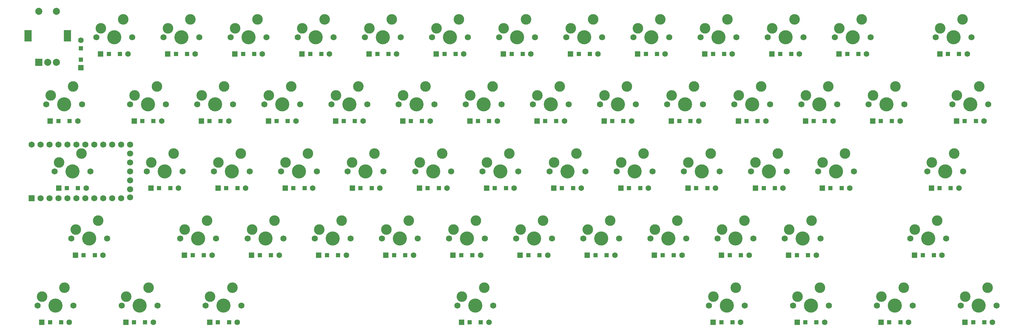
<source format=gbr>
%TF.GenerationSoftware,KiCad,Pcbnew,(5.1.9)-1*%
%TF.CreationDate,2021-02-15T19:25:36-05:00*%
%TF.ProjectId,60percent,36307065-7263-4656-9e74-2e6b69636164,rev?*%
%TF.SameCoordinates,Original*%
%TF.FileFunction,Soldermask,Top*%
%TF.FilePolarity,Negative*%
%FSLAX46Y46*%
G04 Gerber Fmt 4.6, Leading zero omitted, Abs format (unit mm)*
G04 Created by KiCad (PCBNEW (5.1.9)-1) date 2021-02-15 19:25:36*
%MOMM*%
%LPD*%
G01*
G04 APERTURE LIST*
%ADD10R,1.200000X1.200000*%
%ADD11R,1.600000X1.600000*%
%ADD12C,1.600000*%
%ADD13C,1.750000*%
%ADD14C,4.000000*%
%ADD15C,3.000000*%
%ADD16C,2.000000*%
%ADD17R,2.000000X3.200000*%
%ADD18R,2.000000X2.000000*%
%ADD19R,1.752600X1.752600*%
%ADD20C,1.752600*%
G04 APERTURE END LIST*
D10*
%TO.C,D1*%
X85725000Y-77005750D03*
X85725000Y-80155750D03*
D11*
X85725000Y-82480750D03*
D12*
X85725000Y-74680750D03*
%TD*%
D10*
%TO.C,D2*%
X96825000Y-78580750D03*
X93675000Y-78580750D03*
D11*
X91350000Y-78580750D03*
D12*
X99150000Y-78580750D03*
%TD*%
D10*
%TO.C,D3*%
X115875000Y-78580750D03*
X112725000Y-78580750D03*
D11*
X110400000Y-78580750D03*
D12*
X118200000Y-78580750D03*
%TD*%
%TO.C,D4*%
X137250000Y-78580750D03*
D11*
X129450000Y-78580750D03*
D10*
X131775000Y-78580750D03*
X134925000Y-78580750D03*
%TD*%
%TO.C,D5*%
X153974500Y-78580750D03*
X150824500Y-78580750D03*
D11*
X148499500Y-78580750D03*
D12*
X156299500Y-78580750D03*
%TD*%
D10*
%TO.C,D6*%
X173024500Y-78580750D03*
X169874500Y-78580750D03*
D11*
X167549500Y-78580750D03*
D12*
X175349500Y-78580750D03*
%TD*%
%TO.C,D7*%
X194399500Y-78580750D03*
D11*
X186599500Y-78580750D03*
D10*
X188924500Y-78580750D03*
X192074500Y-78580750D03*
%TD*%
%TO.C,D8*%
X211124500Y-78580750D03*
X207974500Y-78580750D03*
D11*
X205649500Y-78580750D03*
D12*
X213449500Y-78580750D03*
%TD*%
D10*
%TO.C,D9*%
X230174500Y-78580750D03*
X227024500Y-78580750D03*
D11*
X224699500Y-78580750D03*
D12*
X232499500Y-78580750D03*
%TD*%
%TO.C,D10*%
X251549500Y-78580750D03*
D11*
X243749500Y-78580750D03*
D10*
X246074500Y-78580750D03*
X249224500Y-78580750D03*
%TD*%
D12*
%TO.C,D11*%
X270599500Y-78580750D03*
D11*
X262799500Y-78580750D03*
D10*
X265124500Y-78580750D03*
X268274500Y-78580750D03*
%TD*%
%TO.C,D12*%
X287324500Y-78580750D03*
X284174500Y-78580750D03*
D11*
X281849500Y-78580750D03*
D12*
X289649500Y-78580750D03*
%TD*%
%TO.C,D13*%
X308699500Y-78580750D03*
D11*
X300899500Y-78580750D03*
D10*
X303224500Y-78580750D03*
X306374500Y-78580750D03*
%TD*%
D12*
%TO.C,D14*%
X337275500Y-78580750D03*
D11*
X329475500Y-78580750D03*
D10*
X331800500Y-78580750D03*
X334950500Y-78580750D03*
%TD*%
D12*
%TO.C,D15*%
X84862500Y-97630750D03*
D11*
X77062500Y-97630750D03*
D10*
X79387500Y-97630750D03*
X82537500Y-97630750D03*
%TD*%
D12*
%TO.C,D16*%
X108675000Y-97630750D03*
D11*
X100875000Y-97630750D03*
D10*
X103200000Y-97630750D03*
X106350000Y-97630750D03*
%TD*%
%TO.C,D17*%
X125400000Y-97630750D03*
X122250000Y-97630750D03*
D11*
X119925000Y-97630750D03*
D12*
X127725000Y-97630750D03*
%TD*%
%TO.C,D18*%
X146775000Y-97630750D03*
D11*
X138975000Y-97630750D03*
D10*
X141300000Y-97630750D03*
X144450000Y-97630750D03*
%TD*%
D12*
%TO.C,D19*%
X165825500Y-97630750D03*
D11*
X158025500Y-97630750D03*
D10*
X160350500Y-97630750D03*
X163500500Y-97630750D03*
%TD*%
%TO.C,D20*%
X182550500Y-97630750D03*
X179400500Y-97630750D03*
D11*
X177075500Y-97630750D03*
D12*
X184875500Y-97630750D03*
%TD*%
D10*
%TO.C,D21*%
X201600500Y-97630750D03*
X198450500Y-97630750D03*
D11*
X196125500Y-97630750D03*
D12*
X203925500Y-97630750D03*
%TD*%
D10*
%TO.C,D22*%
X220650500Y-97630750D03*
X217500500Y-97630750D03*
D11*
X215175500Y-97630750D03*
D12*
X222975500Y-97630750D03*
%TD*%
%TO.C,D23*%
X242025500Y-97630750D03*
D11*
X234225500Y-97630750D03*
D10*
X236550500Y-97630750D03*
X239700500Y-97630750D03*
%TD*%
%TO.C,D24*%
X258750500Y-97630750D03*
X255600500Y-97630750D03*
D11*
X253275500Y-97630750D03*
D12*
X261075500Y-97630750D03*
%TD*%
%TO.C,D25*%
X280125500Y-97630750D03*
D11*
X272325500Y-97630750D03*
D10*
X274650500Y-97630750D03*
X277800500Y-97630750D03*
%TD*%
%TO.C,D26*%
X296850500Y-97630750D03*
X293700500Y-97630750D03*
D11*
X291375500Y-97630750D03*
D12*
X299175500Y-97630750D03*
%TD*%
%TO.C,D27*%
X318225500Y-97630750D03*
D11*
X310425500Y-97630750D03*
D10*
X312750500Y-97630750D03*
X315900500Y-97630750D03*
%TD*%
%TO.C,D28*%
X339712500Y-97630750D03*
X336562500Y-97630750D03*
D11*
X334237500Y-97630750D03*
D12*
X342037500Y-97630750D03*
%TD*%
D10*
%TO.C,D29*%
X84918700Y-116680750D03*
X81768700Y-116680750D03*
D11*
X79443700Y-116680750D03*
D12*
X87243700Y-116680750D03*
%TD*%
D10*
%TO.C,D30*%
X111112500Y-116680750D03*
X107962500Y-116680750D03*
D11*
X105637500Y-116680750D03*
D12*
X113437500Y-116680750D03*
%TD*%
D10*
%TO.C,D31*%
X130162500Y-116680750D03*
X127012500Y-116680750D03*
D11*
X124687500Y-116680750D03*
D12*
X132487500Y-116680750D03*
%TD*%
%TO.C,D32*%
X151537500Y-116680750D03*
D11*
X143737500Y-116680750D03*
D10*
X146062500Y-116680750D03*
X149212500Y-116680750D03*
%TD*%
%TO.C,D33*%
X168262500Y-116680750D03*
X165112500Y-116680750D03*
D11*
X162787500Y-116680750D03*
D12*
X170587500Y-116680750D03*
%TD*%
%TO.C,D34*%
X189637500Y-116680750D03*
D11*
X181837500Y-116680750D03*
D10*
X184162500Y-116680750D03*
X187312500Y-116680750D03*
%TD*%
%TO.C,D35*%
X206362500Y-116680750D03*
X203212500Y-116680750D03*
D11*
X200887500Y-116680750D03*
D12*
X208687500Y-116680750D03*
%TD*%
%TO.C,D36*%
X227737500Y-116680750D03*
D11*
X219937500Y-116680750D03*
D10*
X222262500Y-116680750D03*
X225412500Y-116680750D03*
%TD*%
%TO.C,D37*%
X244462500Y-116680750D03*
X241312500Y-116680750D03*
D11*
X238987500Y-116680750D03*
D12*
X246787500Y-116680750D03*
%TD*%
%TO.C,D38*%
X265837500Y-116680750D03*
D11*
X258037500Y-116680750D03*
D10*
X260362500Y-116680750D03*
X263512500Y-116680750D03*
%TD*%
%TO.C,D39*%
X282678500Y-116680750D03*
X279528500Y-116680750D03*
D11*
X277203500Y-116680750D03*
D12*
X285003500Y-116680750D03*
%TD*%
%TO.C,D40*%
X303937500Y-116680750D03*
D11*
X296137500Y-116680750D03*
D10*
X298462500Y-116680750D03*
X301612500Y-116680750D03*
%TD*%
D12*
%TO.C,D41*%
X334893500Y-116680750D03*
D11*
X327093500Y-116680750D03*
D10*
X329418500Y-116680750D03*
X332568500Y-116680750D03*
%TD*%
D12*
%TO.C,D42*%
X92006300Y-135730750D03*
D11*
X84206300Y-135730750D03*
D10*
X86531300Y-135730750D03*
X89681300Y-135730750D03*
%TD*%
%TO.C,D43*%
X120637500Y-135730750D03*
X117487500Y-135730750D03*
D11*
X115162500Y-135730750D03*
D12*
X122962500Y-135730750D03*
%TD*%
%TO.C,D44*%
X142012500Y-135730750D03*
D11*
X134212500Y-135730750D03*
D10*
X136537500Y-135730750D03*
X139687500Y-135730750D03*
%TD*%
%TO.C,D45*%
X158737500Y-135730750D03*
X155587500Y-135730750D03*
D11*
X153262500Y-135730750D03*
D12*
X161062500Y-135730750D03*
%TD*%
%TO.C,D46*%
X180112500Y-135730750D03*
D11*
X172312500Y-135730750D03*
D10*
X174637500Y-135730750D03*
X177787500Y-135730750D03*
%TD*%
%TO.C,D47*%
X196837500Y-135730750D03*
X193687500Y-135730750D03*
D11*
X191362500Y-135730750D03*
D12*
X199162500Y-135730750D03*
%TD*%
%TO.C,D48*%
X218212500Y-135730750D03*
D11*
X210412500Y-135730750D03*
D10*
X212737500Y-135730750D03*
X215887500Y-135730750D03*
%TD*%
%TO.C,D49*%
X234937500Y-135730750D03*
X231787500Y-135730750D03*
D11*
X229462500Y-135730750D03*
D12*
X237262500Y-135730750D03*
%TD*%
%TO.C,D50*%
X256312500Y-135730750D03*
D11*
X248512500Y-135730750D03*
D10*
X250837500Y-135730750D03*
X253987500Y-135730750D03*
%TD*%
D12*
%TO.C,D51*%
X275362500Y-135730750D03*
D11*
X267562500Y-135730750D03*
D10*
X269887500Y-135730750D03*
X273037500Y-135730750D03*
%TD*%
D12*
%TO.C,D52*%
X294412500Y-135730750D03*
D11*
X286612500Y-135730750D03*
D10*
X288937500Y-135730750D03*
X292087500Y-135730750D03*
%TD*%
%TO.C,D53*%
X327806500Y-135730750D03*
X324656500Y-135730750D03*
D11*
X322331500Y-135730750D03*
D12*
X330131500Y-135730750D03*
%TD*%
%TO.C,D54*%
X82481300Y-154780750D03*
D11*
X74681300Y-154780750D03*
D10*
X77006300Y-154780750D03*
X80156300Y-154780750D03*
%TD*%
%TO.C,D55*%
X103968700Y-154780750D03*
X100818700Y-154780750D03*
D11*
X98493700Y-154780750D03*
D12*
X106293700Y-154780750D03*
%TD*%
%TO.C,D56*%
X130106300Y-154780750D03*
D11*
X122306300Y-154780750D03*
D10*
X124631300Y-154780750D03*
X127781300Y-154780750D03*
%TD*%
%TO.C,D57*%
X199218500Y-154780750D03*
X196068500Y-154780750D03*
D11*
X193743500Y-154780750D03*
D12*
X201543500Y-154780750D03*
%TD*%
%TO.C,D58*%
X272981500Y-154780750D03*
D11*
X265181500Y-154780750D03*
D10*
X267506500Y-154780750D03*
X270656500Y-154780750D03*
%TD*%
%TO.C,D59*%
X294468500Y-154780750D03*
X291318500Y-154780750D03*
D11*
X288993500Y-154780750D03*
D12*
X296793500Y-154780750D03*
%TD*%
%TO.C,D60*%
X320606500Y-154780750D03*
D11*
X312806500Y-154780750D03*
D10*
X315131500Y-154780750D03*
X318281500Y-154780750D03*
%TD*%
%TO.C,D61*%
X342093500Y-154780750D03*
X338943500Y-154780750D03*
D11*
X336618500Y-154780750D03*
D12*
X344418500Y-154780750D03*
%TD*%
D13*
%TO.C,K1*%
X100330000Y-73818750D03*
X90170000Y-73818750D03*
D14*
X95250000Y-73818750D03*
D15*
X97790000Y-68738750D03*
X91440000Y-71278750D03*
%TD*%
%TO.C,K2*%
X110490000Y-71278750D03*
X116840000Y-68738750D03*
D14*
X114300000Y-73818750D03*
D13*
X109220000Y-73818750D03*
X119380000Y-73818750D03*
%TD*%
D15*
%TO.C,K3*%
X129540000Y-71278750D03*
X135890000Y-68738750D03*
D14*
X133350000Y-73818750D03*
D13*
X128270000Y-73818750D03*
X138430000Y-73818750D03*
%TD*%
%TO.C,K4*%
X157479500Y-73818750D03*
X147319500Y-73818750D03*
D14*
X152399500Y-73818750D03*
D15*
X154939500Y-68738750D03*
X148589500Y-71278750D03*
%TD*%
%TO.C,K5*%
X167639500Y-71278750D03*
X173989500Y-68738750D03*
D14*
X171449500Y-73818750D03*
D13*
X166369500Y-73818750D03*
X176529500Y-73818750D03*
%TD*%
%TO.C,K6*%
X195579500Y-73818750D03*
X185419500Y-73818750D03*
D14*
X190499500Y-73818750D03*
D15*
X193039500Y-68738750D03*
X186689500Y-71278750D03*
%TD*%
D13*
%TO.C,K7*%
X214629500Y-73818750D03*
X204469500Y-73818750D03*
D14*
X209549500Y-73818750D03*
D15*
X212089500Y-68738750D03*
X205739500Y-71278750D03*
%TD*%
D13*
%TO.C,K8*%
X233679500Y-73818750D03*
X223519500Y-73818750D03*
D14*
X228599500Y-73818750D03*
D15*
X231139500Y-68738750D03*
X224789500Y-71278750D03*
%TD*%
%TO.C,K9*%
X243839500Y-71278750D03*
X250189500Y-68738750D03*
D14*
X247649500Y-73818750D03*
D13*
X242569500Y-73818750D03*
X252729500Y-73818750D03*
%TD*%
D15*
%TO.C,K10*%
X262889500Y-71278750D03*
X269239500Y-68738750D03*
D14*
X266699500Y-73818750D03*
D13*
X261619500Y-73818750D03*
X271779500Y-73818750D03*
%TD*%
%TO.C,K11*%
X290829500Y-73818750D03*
X280669500Y-73818750D03*
D14*
X285749500Y-73818750D03*
D15*
X288289500Y-68738750D03*
X281939500Y-71278750D03*
%TD*%
D13*
%TO.C,K12*%
X309879500Y-73818750D03*
X299719500Y-73818750D03*
D14*
X304799500Y-73818750D03*
D15*
X307339500Y-68738750D03*
X300989500Y-71278750D03*
%TD*%
%TO.C,K13*%
X329565500Y-71278750D03*
X335915500Y-68738750D03*
D14*
X333375500Y-73818750D03*
D13*
X328295500Y-73818750D03*
X338455500Y-73818750D03*
%TD*%
D15*
%TO.C,K14*%
X77152500Y-90328750D03*
X83502500Y-87788750D03*
D14*
X80962500Y-92868750D03*
D13*
X75882500Y-92868750D03*
X86042500Y-92868750D03*
%TD*%
%TO.C,K27*%
X343217500Y-92868750D03*
X333057500Y-92868750D03*
D14*
X338137500Y-92868750D03*
D15*
X340677500Y-87788750D03*
X334327500Y-90328750D03*
%TD*%
%TO.C,K28*%
X79533700Y-109378750D03*
X85883700Y-106838750D03*
D14*
X83343700Y-111918750D03*
D13*
X78263700Y-111918750D03*
X88423700Y-111918750D03*
%TD*%
D15*
%TO.C,K29*%
X105727500Y-109378750D03*
X112077500Y-106838750D03*
D14*
X109537500Y-111918750D03*
D13*
X104457500Y-111918750D03*
X114617500Y-111918750D03*
%TD*%
%TO.C,K30*%
X133667500Y-111918750D03*
X123507500Y-111918750D03*
D14*
X128587500Y-111918750D03*
D15*
X131127500Y-106838750D03*
X124777500Y-109378750D03*
%TD*%
D13*
%TO.C,K31*%
X152717500Y-111918750D03*
X142557500Y-111918750D03*
D14*
X147637500Y-111918750D03*
D15*
X150177500Y-106838750D03*
X143827500Y-109378750D03*
%TD*%
D13*
%TO.C,K32*%
X171608500Y-111918750D03*
X161448500Y-111918750D03*
D14*
X166528500Y-111918750D03*
D15*
X169068500Y-106838750D03*
X162718500Y-109378750D03*
%TD*%
%TO.C,K33*%
X181927500Y-109378750D03*
X188277500Y-106838750D03*
D14*
X185737500Y-111918750D03*
D13*
X180657500Y-111918750D03*
X190817500Y-111918750D03*
%TD*%
%TO.C,K34*%
X209867500Y-111918750D03*
X199707500Y-111918750D03*
D14*
X204787500Y-111918750D03*
D15*
X207327500Y-106838750D03*
X200977500Y-109378750D03*
%TD*%
D13*
%TO.C,K35*%
X228917500Y-111918750D03*
X218757500Y-111918750D03*
D14*
X223837500Y-111918750D03*
D15*
X226377500Y-106838750D03*
X220027500Y-109378750D03*
%TD*%
%TO.C,K36*%
X239077500Y-109378750D03*
X245427500Y-106838750D03*
D14*
X242887500Y-111918750D03*
D13*
X237807500Y-111918750D03*
X247967500Y-111918750D03*
%TD*%
D15*
%TO.C,K37*%
X258127500Y-109378750D03*
X264477500Y-106838750D03*
D14*
X261937500Y-111918750D03*
D13*
X256857500Y-111918750D03*
X267017500Y-111918750D03*
%TD*%
D15*
%TO.C,K38*%
X277177500Y-109378750D03*
X283527500Y-106838750D03*
D14*
X280987500Y-111918750D03*
D13*
X275907500Y-111918750D03*
X286067500Y-111918750D03*
%TD*%
D15*
%TO.C,K39*%
X296227500Y-109378750D03*
X302577500Y-106838750D03*
D14*
X300037500Y-111918750D03*
D13*
X294957500Y-111918750D03*
X305117500Y-111918750D03*
%TD*%
D15*
%TO.C,K40*%
X327183500Y-109378750D03*
X333533500Y-106838750D03*
D14*
X330993500Y-111918750D03*
D13*
X325913500Y-111918750D03*
X336073500Y-111918750D03*
%TD*%
%TO.C,K41*%
X93186300Y-130968750D03*
X83026300Y-130968750D03*
D14*
X88106300Y-130968750D03*
D15*
X90646300Y-125888750D03*
X84296300Y-128428750D03*
%TD*%
%TO.C,K42*%
X115193700Y-128428750D03*
X121543700Y-125888750D03*
D14*
X119003700Y-130968750D03*
D13*
X113923700Y-130968750D03*
X124083700Y-130968750D03*
%TD*%
D15*
%TO.C,K43*%
X134302500Y-128428750D03*
X140652500Y-125888750D03*
D14*
X138112500Y-130968750D03*
D13*
X133032500Y-130968750D03*
X143192500Y-130968750D03*
%TD*%
D15*
%TO.C,K44*%
X153352500Y-128428750D03*
X159702500Y-125888750D03*
D14*
X157162500Y-130968750D03*
D13*
X152082500Y-130968750D03*
X162242500Y-130968750D03*
%TD*%
%TO.C,K45*%
X181292500Y-130968750D03*
X171132500Y-130968750D03*
D14*
X176212500Y-130968750D03*
D15*
X178752500Y-125888750D03*
X172402500Y-128428750D03*
%TD*%
D13*
%TO.C,K46*%
X200342500Y-130968750D03*
X190182500Y-130968750D03*
D14*
X195262500Y-130968750D03*
D15*
X197802500Y-125888750D03*
X191452500Y-128428750D03*
%TD*%
D13*
%TO.C,K47*%
X219392500Y-130968750D03*
X209232500Y-130968750D03*
D14*
X214312500Y-130968750D03*
D15*
X216852500Y-125888750D03*
X210502500Y-128428750D03*
%TD*%
D13*
%TO.C,K48*%
X238442500Y-130968750D03*
X228282500Y-130968750D03*
D14*
X233362500Y-130968750D03*
D15*
X235902500Y-125888750D03*
X229552500Y-128428750D03*
%TD*%
%TO.C,K49*%
X248602500Y-128428750D03*
X254952500Y-125888750D03*
D14*
X252412500Y-130968750D03*
D13*
X247332500Y-130968750D03*
X257492500Y-130968750D03*
%TD*%
D15*
%TO.C,K50*%
X267652500Y-128428750D03*
X274002500Y-125888750D03*
D14*
X271462500Y-130968750D03*
D13*
X266382500Y-130968750D03*
X276542500Y-130968750D03*
%TD*%
D15*
%TO.C,K51*%
X286702500Y-128428750D03*
X293052500Y-125888750D03*
D14*
X290512500Y-130968750D03*
D13*
X285432500Y-130968750D03*
X295592500Y-130968750D03*
%TD*%
D15*
%TO.C,K52*%
X322421500Y-128428750D03*
X328771500Y-125888750D03*
D14*
X326231500Y-130968750D03*
D13*
X321151500Y-130968750D03*
X331311500Y-130968750D03*
%TD*%
%TO.C,K53*%
X83661300Y-150018750D03*
X73501300Y-150018750D03*
D14*
X78581300Y-150018750D03*
D15*
X81121300Y-144938750D03*
X74771300Y-147478750D03*
%TD*%
%TO.C,K54*%
X98583700Y-147478750D03*
X104933700Y-144938750D03*
D14*
X102393700Y-150018750D03*
D13*
X97313700Y-150018750D03*
X107473700Y-150018750D03*
%TD*%
D15*
%TO.C,K55*%
X122396300Y-147478750D03*
X128746300Y-144938750D03*
D14*
X126206300Y-150018750D03*
D13*
X121126300Y-150018750D03*
X131286300Y-150018750D03*
%TD*%
D15*
%TO.C,K56*%
X193833500Y-147478750D03*
X200183500Y-144938750D03*
D14*
X197643500Y-150018750D03*
D13*
X192563500Y-150018750D03*
X202723500Y-150018750D03*
%TD*%
D15*
%TO.C,K57*%
X265271500Y-147478750D03*
X271621500Y-144938750D03*
D14*
X269081500Y-150018750D03*
D13*
X264001500Y-150018750D03*
X274161500Y-150018750D03*
%TD*%
%TO.C,K58*%
X297973500Y-150018750D03*
X287813500Y-150018750D03*
D14*
X292893500Y-150018750D03*
D15*
X295433500Y-144938750D03*
X289083500Y-147478750D03*
%TD*%
%TO.C,K59*%
X312896500Y-147478750D03*
X319246500Y-144938750D03*
D14*
X316706500Y-150018750D03*
D13*
X311626500Y-150018750D03*
X321786500Y-150018750D03*
%TD*%
%TO.C,K60*%
X345598500Y-150018750D03*
X335438500Y-150018750D03*
D14*
X340518500Y-150018750D03*
D15*
X343058500Y-144938750D03*
X336708500Y-147478750D03*
%TD*%
D16*
%TO.C,SW1*%
X78818700Y-66462750D03*
X73818700Y-66462750D03*
D17*
X81918700Y-73462750D03*
X70718700Y-73462750D03*
D16*
X78818700Y-80962750D03*
X76318700Y-80962750D03*
D18*
X73818700Y-80962750D03*
%TD*%
D19*
%TO.C,U1*%
X71755000Y-119538750D03*
D20*
X74295000Y-119538750D03*
X76835000Y-119538750D03*
X79375000Y-119538750D03*
X81915000Y-119538750D03*
X84455000Y-119538750D03*
X86995000Y-119538750D03*
X89535000Y-119538750D03*
X92075000Y-119538750D03*
X94615000Y-119538750D03*
X97155000Y-119538750D03*
X99695000Y-104298750D03*
X97155000Y-104298750D03*
X94615000Y-104298750D03*
X92075000Y-104298750D03*
X89535000Y-104298750D03*
X86995000Y-104298750D03*
X84455000Y-104298750D03*
X81915000Y-104298750D03*
X79375000Y-104298750D03*
X76835000Y-104298750D03*
X74295000Y-104298750D03*
X99695000Y-119310150D03*
X71755000Y-104298750D03*
X99695000Y-106838750D03*
X99695000Y-109378750D03*
X99695000Y-111918750D03*
X99695000Y-114458750D03*
X99695000Y-116998750D03*
%TD*%
D13*
%TO.C,K15*%
X109855000Y-92868750D03*
X99695000Y-92868750D03*
D14*
X104775000Y-92868750D03*
D15*
X107315000Y-87788750D03*
X100965000Y-90328750D03*
%TD*%
%TO.C,K16*%
X120015000Y-90328750D03*
X126365000Y-87788750D03*
D14*
X123825000Y-92868750D03*
D13*
X118745000Y-92868750D03*
X128905000Y-92868750D03*
%TD*%
%TO.C,K17*%
X147955000Y-92868750D03*
X137795000Y-92868750D03*
D14*
X142875000Y-92868750D03*
D15*
X145415000Y-87788750D03*
X139065000Y-90328750D03*
%TD*%
%TO.C,K18*%
X158115500Y-90328750D03*
X164465500Y-87788750D03*
D14*
X161925500Y-92868750D03*
D13*
X156845500Y-92868750D03*
X167005500Y-92868750D03*
%TD*%
D15*
%TO.C,K19*%
X177165500Y-90328750D03*
X183515500Y-87788750D03*
D14*
X180975500Y-92868750D03*
D13*
X175895500Y-92868750D03*
X186055500Y-92868750D03*
%TD*%
%TO.C,K20*%
X205105500Y-92868750D03*
X194945500Y-92868750D03*
D14*
X200025500Y-92868750D03*
D15*
X202565500Y-87788750D03*
X196215500Y-90328750D03*
%TD*%
D13*
%TO.C,K21*%
X224155500Y-92868750D03*
X213995500Y-92868750D03*
D14*
X219075500Y-92868750D03*
D15*
X221615500Y-87788750D03*
X215265500Y-90328750D03*
%TD*%
%TO.C,K22*%
X234315500Y-90328750D03*
X240665500Y-87788750D03*
D14*
X238125500Y-92868750D03*
D13*
X233045500Y-92868750D03*
X243205500Y-92868750D03*
%TD*%
D15*
%TO.C,K23*%
X253365500Y-90328750D03*
X259715500Y-87788750D03*
D14*
X257175500Y-92868750D03*
D13*
X252095500Y-92868750D03*
X262255500Y-92868750D03*
%TD*%
D15*
%TO.C,K24*%
X272415500Y-90328750D03*
X278765500Y-87788750D03*
D14*
X276225500Y-92868750D03*
D13*
X271145500Y-92868750D03*
X281305500Y-92868750D03*
%TD*%
%TO.C,K25*%
X300355500Y-92868750D03*
X290195500Y-92868750D03*
D14*
X295275500Y-92868750D03*
D15*
X297815500Y-87788750D03*
X291465500Y-90328750D03*
%TD*%
D13*
%TO.C,K26*%
X319405500Y-92868750D03*
X309245500Y-92868750D03*
D14*
X314325500Y-92868750D03*
D15*
X316865500Y-87788750D03*
X310515500Y-90328750D03*
%TD*%
M02*

</source>
